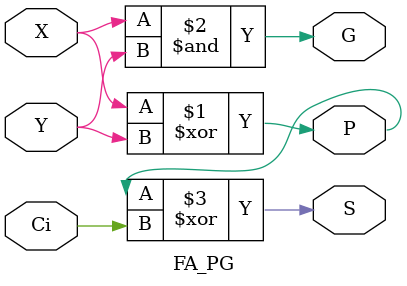
<source format=v>
module FA_PG(
    input X,
    input Y,
    input Ci,

    output S,
    output G,
    output P
);

    assign P = X ^ Y;
    assign G = X & Y;
    assign S = P ^ Ci;

endmodule


</source>
